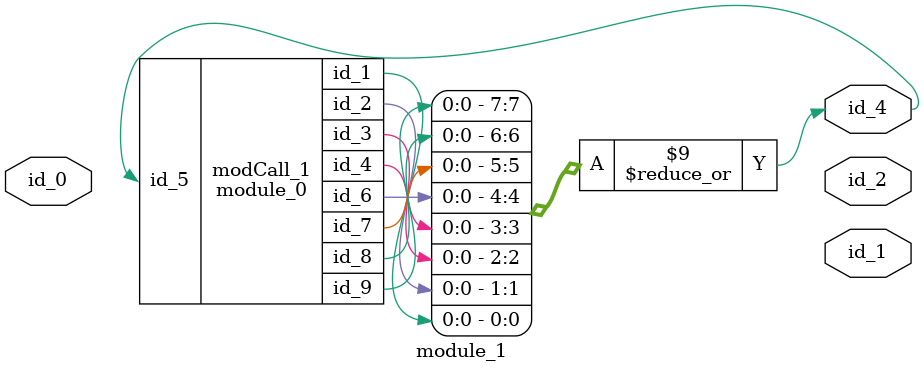
<source format=v>
module module_0 (
    id_1,
    id_2,
    id_3,
    id_4,
    id_5,
    id_6,
    id_7,
    id_8,
    id_9
);
  inout wire id_9;
  output wire id_8;
  inout wire id_7;
  output wire id_6;
  input wire id_5;
  inout wire id_4;
  inout wire id_3;
  inout wire id_2;
  output wire id_1;
  wire id_10 = id_3;
endmodule
module module_1 (
    input  wor  id_0,
    output wor  id_1
    , id_4,
    output wand id_2
);
  module_0 modCall_1 (
      id_4,
      id_4,
      id_4,
      id_4,
      id_4,
      id_4,
      id_4,
      id_4,
      id_4
  );
  wire id_5;
endmodule

</source>
